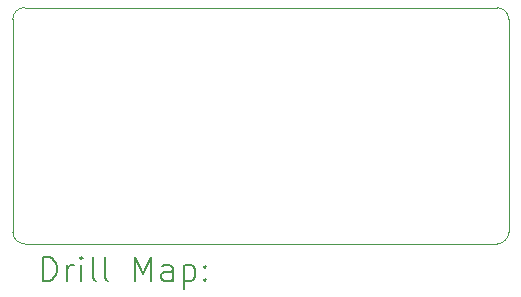
<source format=gbr>
%TF.GenerationSoftware,KiCad,Pcbnew,8.0.6*%
%TF.CreationDate,2024-12-18T19:44:45+00:00*%
%TF.ProjectId,003-UART-1602,3030332d-5541-4525-942d-313630322e6b,MkI*%
%TF.SameCoordinates,Original*%
%TF.FileFunction,Drillmap*%
%TF.FilePolarity,Positive*%
%FSLAX45Y45*%
G04 Gerber Fmt 4.5, Leading zero omitted, Abs format (unit mm)*
G04 Created by KiCad (PCBNEW 8.0.6) date 2024-12-18 19:44:45*
%MOMM*%
%LPD*%
G01*
G04 APERTURE LIST*
%ADD10C,0.050000*%
%ADD11C,0.200000*%
G04 APERTURE END LIST*
D10*
X3038552Y-6478930D02*
G75*
G02*
X3138552Y-6378930I100000J0D01*
G01*
X7238552Y-8278930D02*
X7238552Y-6478930D01*
X3038552Y-6478930D02*
X3038552Y-8278930D01*
X7238552Y-8278930D02*
G75*
G02*
X7138552Y-8378930I-100000J0D01*
G01*
X3138552Y-8378930D02*
G75*
G02*
X3038552Y-8278930I0J100000D01*
G01*
X7138552Y-6378930D02*
X3138552Y-6378930D01*
X3138552Y-8378930D02*
X7138552Y-8378930D01*
X7138552Y-6378930D02*
G75*
G02*
X7238552Y-6478930I0J-100000D01*
G01*
D11*
X3296829Y-8692914D02*
X3296829Y-8492914D01*
X3296829Y-8492914D02*
X3344448Y-8492914D01*
X3344448Y-8492914D02*
X3373019Y-8502438D01*
X3373019Y-8502438D02*
X3392067Y-8521485D01*
X3392067Y-8521485D02*
X3401591Y-8540533D01*
X3401591Y-8540533D02*
X3411114Y-8578628D01*
X3411114Y-8578628D02*
X3411114Y-8607200D01*
X3411114Y-8607200D02*
X3401591Y-8645295D01*
X3401591Y-8645295D02*
X3392067Y-8664342D01*
X3392067Y-8664342D02*
X3373019Y-8683390D01*
X3373019Y-8683390D02*
X3344448Y-8692914D01*
X3344448Y-8692914D02*
X3296829Y-8692914D01*
X3496829Y-8692914D02*
X3496829Y-8559580D01*
X3496829Y-8597676D02*
X3506353Y-8578628D01*
X3506353Y-8578628D02*
X3515876Y-8569104D01*
X3515876Y-8569104D02*
X3534924Y-8559580D01*
X3534924Y-8559580D02*
X3553972Y-8559580D01*
X3620638Y-8692914D02*
X3620638Y-8559580D01*
X3620638Y-8492914D02*
X3611114Y-8502438D01*
X3611114Y-8502438D02*
X3620638Y-8511961D01*
X3620638Y-8511961D02*
X3630162Y-8502438D01*
X3630162Y-8502438D02*
X3620638Y-8492914D01*
X3620638Y-8492914D02*
X3620638Y-8511961D01*
X3744448Y-8692914D02*
X3725400Y-8683390D01*
X3725400Y-8683390D02*
X3715876Y-8664342D01*
X3715876Y-8664342D02*
X3715876Y-8492914D01*
X3849210Y-8692914D02*
X3830162Y-8683390D01*
X3830162Y-8683390D02*
X3820638Y-8664342D01*
X3820638Y-8664342D02*
X3820638Y-8492914D01*
X4077781Y-8692914D02*
X4077781Y-8492914D01*
X4077781Y-8492914D02*
X4144448Y-8635771D01*
X4144448Y-8635771D02*
X4211115Y-8492914D01*
X4211115Y-8492914D02*
X4211115Y-8692914D01*
X4392067Y-8692914D02*
X4392067Y-8588152D01*
X4392067Y-8588152D02*
X4382543Y-8569104D01*
X4382543Y-8569104D02*
X4363496Y-8559580D01*
X4363496Y-8559580D02*
X4325400Y-8559580D01*
X4325400Y-8559580D02*
X4306353Y-8569104D01*
X4392067Y-8683390D02*
X4373019Y-8692914D01*
X4373019Y-8692914D02*
X4325400Y-8692914D01*
X4325400Y-8692914D02*
X4306353Y-8683390D01*
X4306353Y-8683390D02*
X4296829Y-8664342D01*
X4296829Y-8664342D02*
X4296829Y-8645295D01*
X4296829Y-8645295D02*
X4306353Y-8626247D01*
X4306353Y-8626247D02*
X4325400Y-8616723D01*
X4325400Y-8616723D02*
X4373019Y-8616723D01*
X4373019Y-8616723D02*
X4392067Y-8607200D01*
X4487305Y-8559580D02*
X4487305Y-8759580D01*
X4487305Y-8569104D02*
X4506353Y-8559580D01*
X4506353Y-8559580D02*
X4544448Y-8559580D01*
X4544448Y-8559580D02*
X4563496Y-8569104D01*
X4563496Y-8569104D02*
X4573019Y-8578628D01*
X4573019Y-8578628D02*
X4582543Y-8597676D01*
X4582543Y-8597676D02*
X4582543Y-8654819D01*
X4582543Y-8654819D02*
X4573019Y-8673866D01*
X4573019Y-8673866D02*
X4563496Y-8683390D01*
X4563496Y-8683390D02*
X4544448Y-8692914D01*
X4544448Y-8692914D02*
X4506353Y-8692914D01*
X4506353Y-8692914D02*
X4487305Y-8683390D01*
X4668257Y-8673866D02*
X4677781Y-8683390D01*
X4677781Y-8683390D02*
X4668257Y-8692914D01*
X4668257Y-8692914D02*
X4658734Y-8683390D01*
X4658734Y-8683390D02*
X4668257Y-8673866D01*
X4668257Y-8673866D02*
X4668257Y-8692914D01*
X4668257Y-8569104D02*
X4677781Y-8578628D01*
X4677781Y-8578628D02*
X4668257Y-8588152D01*
X4668257Y-8588152D02*
X4658734Y-8578628D01*
X4658734Y-8578628D02*
X4668257Y-8569104D01*
X4668257Y-8569104D02*
X4668257Y-8588152D01*
M02*

</source>
